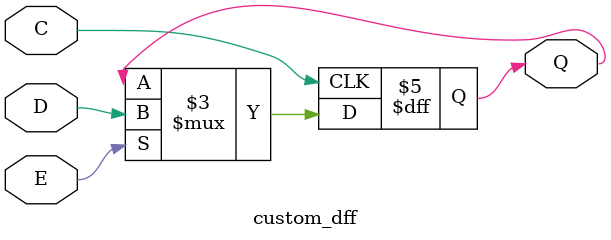
<source format=v>
module GJC11 (
    input  wire clock0,
    
    input  wire data_in_P,
    input  wire data_in_N,

    input  wire data_push_P,
    input  wire data_push_N,

    output wire data_out_P,
    output wire data_out_N
    
);

    parameter SHIFT_REG_WIDHT = 64;

    wire data_in, data_out, data_push;
    reg push_new, push_prv;
    reg  shift_reg_enable;
    wire [SHIFT_REG_WIDHT:0] shift_reg_chain;

    // Input differential buffer
    I_BUF_DS DATA_INPUT_BUFFER (.I_P(data_in_P), .I_N(data_in_N), .EN(1), .O(data_in));
    I_BUF_DS DATA_PUSH_BUFFER  (.I_P(data_push_P), .I_N(data_push_N), .EN(1), .O(data_push));

    // Output differential buffer
    O_BUF_DS DATA_OUT_BUFFER (.I(data_out), .O_P(data_out_P), .O_N(data_out_N));


    assign shift_reg_chain[0] = data_in;
    assign data_out = shift_reg_chain[SHIFT_REG_WIDHT];

    // chain of flip flops creating a shift register
    genvar ff_number;
    for(ff_number = 0; ff_number < SHIFT_REG_WIDHT; ff_number = ff_number + 1)begin
        custom_dff shift_reg_ff (.D(shift_reg_chain[ff_number]), .E(shift_reg_enable), .C(clock0), .Q(shift_reg_chain[ff_number + 1]));
    end
    
    always @(negedge clock0) begin
        push_new <= data_push;
        push_prv <= push_new;
        // when posedge of data_push signal, data_in is inserted into the shift register
        if({push_prv,push_new} == 2'b01)begin
            shift_reg_enable <= 1;
        end else begin
            shift_reg_enable <= 0;
        end
    end

    
endmodule


module custom_dff (
    input wire D,
    input wire E,
    input wire C,
    output reg Q=0 //for simulation purpose
);
    always @(posedge C) begin
        if(E) Q <= D;
    end
endmodule
</source>
